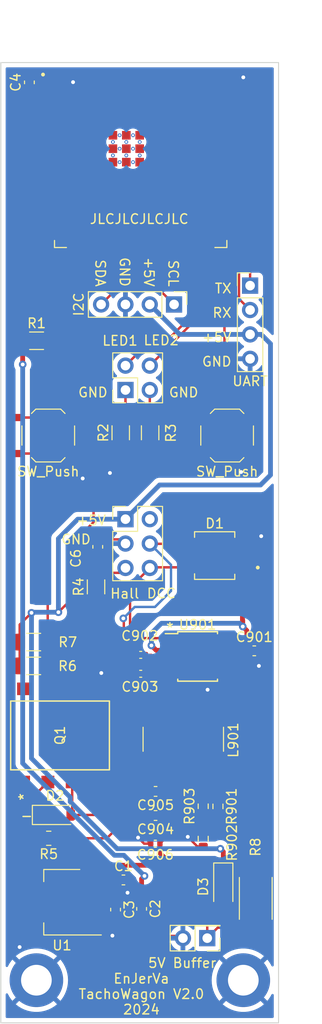
<source format=kicad_pcb>
(kicad_pcb (version 20221018) (generator pcbnew)
  (layers (0 "F.Cu" power "Front") (31 "B.Cu" power "Back") (34 "B.Paste" user) (35 "F.Paste" user) (36 "B.SilkS" user "B.Silkscreen") (37 "F.SilkS" user "F.Silkscreen") (38 "B.Mask" user) (39 "F.Mask" user) (44 "Edge.Cuts" user))
  (net 0 "")
  (net 1 "/Boot0")
  (net 2 "GND")
  (net 3 "+5V")
  (net 4 "+3.3V")
  (net 5 "/Hall")
  (net 6 "VCC")
  (net 7 "Net-(U901-BS)")
  (net 8 "Net-(U901-SW)")
  (net 9 "Net-(D2-A)")
  (net 10 "Net-(J4-Pin_6)")
  (net 11 "Net-(D2-K)")
  (net 12 "Net-(D3-A)")
  (net 13 "/SCL")
  (net 14 "/SDA")
  (net 15 "/TXD0")
  (net 16 "/RXD0")
  (net 18 "Net-(LEDS1-Pin_1)")
  (net 19 "/LED1")
  (net 20 "Net-(LEDS1-Pin_3)")
  (net 21 "/LED2")
  (net 24 "/DCC-interrupt")
  (net 25 "Net-(Q1-VE)")
  (net 26 "/EN")
  (net 27 "Net-(U901-FB)")
  (footprint "Capacitor_SMD:C_0402_1005Metric" (layer "F.Cu") (at 159.5325 129.94 180)
    (fp_text reference "C906" (at 0 -1.16) (layer "F.SilkS"))
    (fp_text value "100nF")
    (pad "1" smd roundrect (at -0.48 0 180) (size 0.56 0.62) (layers "F.Cu" "F.Paste" "F.Mask") (net 3 "+5V"))
    (pad "2" smd roundrect (at 0.48 0 180) (size 0.56 0.62) (layers "F.Cu" "F.Paste" "F.Mask") (net 2 "GND"))
  )
  (footprint "Package_TO_SOT_SMD:SOT-223-3_TabPin2" (layer "F.Cu") (at 149.79 136.04 180)
    (fp_text reference "U1" (at 0 -4.5) (layer "F.SilkS"))
    (fp_text value "AMS1117-3.3")
    (pad "1" smd rect (at -3.15 -2.3 180) (size 2 1.5) (layers "F.Cu" "F.Paste" "F.Mask") (net 2 "GND"))
    (pad "1" smd rect (at 3.15 0 180) (size 2 3.8) (layers "F.Cu" "F.Paste" "F.Mask") (net 2 "GND"))
    (pad "2" smd rect (at -3.15 0 180) (size 2 1.5) (layers "F.Cu" "F.Paste" "F.Mask") (net 4 "+3.3V"))
    (pad "3" smd rect (at -3.15 2.3 180) (size 2 1.5) (layers "F.Cu" "F.Paste" "F.Mask") (net 3 "+5V"))
  )
  (footprint "Connector_PinHeader_2.54mm:PinHeader_2x02_P2.54mm_Vertical" (layer "F.Cu") (at 156.415 82.7 90)
    (fp_text reference "LEDS1" hide)
    (fp_text value "Conn_02x02_Odd_Even")
    (pad "1" thru_hole rect (at 0 0 90) (size 1.7 1.7) (drill 1) (layers "*.Cu" "*.Mask") (net 18 "Net-(LEDS1-Pin_1)"))
    (pad "2" thru_hole oval (at 2.54 0 90) (size 1.7 1.7) (drill 1) (layers "*.Cu" "*.Mask") (net 19 "/LED1"))
    (pad "3" thru_hole oval (at 0 2.54 90) (size 1.7 1.7) (drill 1) (layers "*.Cu" "*.Mask") (net 20 "Net-(LEDS1-Pin_3)"))
    (pad "4" thru_hole oval (at 2.54 2.54 90) (size 1.7 1.7) (drill 1) (layers "*.Cu" "*.Mask") (net 21 "/LED2"))
  )
  (footprint "Button_Switch_SMD:SW_Push_1P1T_XKB_TS-1187A" (layer "F.Cu") (at 167.03 87.44)
    (fp_text reference "Boot1" hide)
    (fp_text value "SW_Push" (at 0 3.75) (layer "F.SilkS"))
    (pad "1" smd rect (at -3 -1.875) (size 1 0.75) (layers "F.Cu" "F.Paste" "F.Mask") (net 1 "/Boot0"))
    (pad "1" smd rect (at 3 -1.875) (size 1 0.75) (layers "F.Cu" "F.Paste" "F.Mask") (net 1 "/Boot0"))
    (pad "2" smd rect (at -3 1.875) (size 1 0.75) (layers "F.Cu" "F.Paste" "F.Mask") (net 2 "GND"))
    (pad "2" smd rect (at 3 1.875) (size 1 0.75) (layers "F.Cu" "F.Paste" "F.Mask") (net 2 "GND"))
  )
  (footprint "MDB10S:SOIC245P670X290-4N" (layer "F.Cu") (at 165.73 99.94 180)
    (fp_text reference "D1" (at -0.01 3.34) (layer "F.SilkS"))
    (fp_text value "MDB10S")
    (pad "1" smd roundrect (at -2.9 -1.225 180) (size 1.91 0.91) (layers "F.Cu" "F.Paste" "F.Mask") (roundrect_rratio 0.1) (net 6 "VCC"))
    (pad "2" smd roundrect (at -2.9 1.225 180) (size 1.91 0.91) (layers "F.Cu" "F.Paste" "F.Mask") (roundrect_rratio 0.1) (net 2 "GND"))
    (pad "3" smd roundrect (at 2.9 1.225 180) (size 1.91 0.91) (layers "F.Cu" "F.Paste" "F.Mask") (roundrect_rratio 0.1) (net 9 "Net-(D2-A)"))
    (pad "4" smd roundrect (at 2.9 -1.225 180) (size 1.91 0.91) (layers "F.Cu" "F.Paste" "F.Mask") (roundrect_rratio 0.1) (net 10 "Net-(J4-Pin_6)"))
  )
  (footprint "Resistor_SMD:R_1206_3216Metric" (layer "F.Cu") (at 146.83 108.95)
    (fp_text reference "R7" (at 3.56 0.01) (layer "F.SilkS"))
    (fp_text value "10k")
    (pad "1" smd roundrect (at -1.4625 0) (size 1.125 1.75) (layers "F.Cu" "F.Paste" "F.Mask") (roundrect_rratio 0.2222222222) (net 3 "+5V"))
    (pad "2" smd roundrect (at 1.4625 0) (size 1.125 1.75) (layers "F.Cu" "F.Paste" "F.Mask") (roundrect_rratio 0.2222222222) (net 24 "/DCC-interrupt"))
  )
  (footprint "Connector_PinHeader_2.54mm:PinHeader_1x04_P2.54mm_Vertical" (layer "F.Cu") (at 169.43 71.83)
    (fp_text reference "J3" hide)
    (fp_text value "UART" (at 0 9.95) (layer "F.SilkS"))
    (pad "1" thru_hole rect (at 0 0) (size 1.7 1.7) (drill 1) (layers "*.Cu" "*.Mask") (net 15 "/TXD0"))
    (pad "2" thru_hole oval (at 0 2.54) (size 1.7 1.7) (drill 1) (layers "*.Cu" "*.Mask") (net 16 "/RXD0"))
    (pad "3" thru_hole oval (at 0 5.08) (size 1.7 1.7) (drill 1) (layers "*.Cu" "*.Mask") (net 3 "+5V"))
    (pad "4" thru_hole oval (at 0 7.62) (size 1.7 1.7) (drill 1) (layers "*.Cu" "*.Mask") (net 2 "GND"))
  )
  (footprint "Resistor_SMD:R_2512_6332Metric_Pad1.40x3.35mm_HandSolder" (layer "F.Cu") (at 170.02 135.64 -90)
    (fp_text reference "R8" (at -5.34 0.02 90) (layer "F.SilkS"))
    (fp_text value "33R")
    (pad "1" smd roundrect (at -3.05 0 270) (size 1.4 3.35) (layers "F.Cu" "F.Paste" "F.Mask") (roundrect_rratio 0.1785707143) (net 3 "+5V"))
    (pad "2" smd roundrect (at 3.05 0 270) (size 1.4 3.35) (layers "F.Cu" "F.Paste" "F.Mask") (roundrect_rratio 0.1785707143) (net 12 "Net-(D3-A)"))
  )
  (footprint "Package_SO:TI_SO-PowerPAD-8" (layer "F.Cu") (at 163.95 110.445)
    (fp_text reference "U901" (at 0 -3.3) (layer "F.SilkS"))
    (fp_text value "MT2499A")
    (pad "1" smd rect (at -2.78 -1.905) (size 1.91 0.61) (layers "F.Cu" "F.Paste" "F.Mask") (net 7 "Net-(U901-BS)"))
    (pad "2" smd rect (at -2.78 -0.635) (size 1.91 0.61) (layers "F.Cu" "F.Paste" "F.Mask") (net 6 "VCC"))
    (pad "3" smd rect (at -2.78 0.635) (size 1.91 0.61) (layers "F.Cu" "F.Paste" "F.Mask") (net 8 "Net-(U901-SW)"))
    (pad "4" smd rect (at -2.78 1.905) (size 1.91 0.61) (layers "F.Cu" "F.Paste" "F.Mask") (net 2 "GND"))
    (pad "5" smd rect (at 2.78 1.905) (size 1.91 0.61) (layers "F.Cu" "F.Paste" "F.Mask") (net 27 "Net-(U901-FB)"))
    (pad "6" smd rect (at 2.78 0.635) (size 1.91 0.61) (layers "F.Cu" "F.Paste" "F.Mask"))
    (pad "7" smd rect (at 2.78 -0.635) (size 1.91 0.61) (layers "F.Cu" "F.Paste" "F.Mask") (net 6 "VCC"))
    (pad "8" smd rect (at 2.78 -1.905) (size 1.91 0.61) (layers "F.Cu" "F.Paste" "F.Mask"))
    (pad "9" smd rect (at -0.6025 -0.775) (size 1.205 1.55) (layers "F.Cu" "F.Paste" "F.Mask") (net 2 "GND"))
    (pad "9" smd rect (at -0.6025 0.775) (size 1.205 1.55) (layers "F.Cu" "F.Paste" "F.Mask") (net 2 "GND"))
    (pad "9" smd rect (at 0.6025 -0.775) (size 1.205 1.55) (layers "F.Cu" "F.Paste" "F.Mask") (net 2 "GND"))
    (pad "9" smd rect (at 0.6025 0.775) (size 1.205 1.55) (layers "F.Cu" "F.Paste" "F.Mask") (net 2 "GND"))
  )
  (footprint "Diode_SMD:D_SOD-123" (layer "F.Cu") (at 149.05 126.95)
    (fp_text reference "D2" (at 0 -2) (layer "F.SilkS"))
    (fp_text value "LL4148")
    (pad "1" smd roundrect (at -1.65 0) (size 0.9 1.2) (layers "F.Cu" "F.Paste" "F.Mask") (net 11 "Net-(D2-K)"))
    (pad "2" smd roundrect (at 1.65 0) (size 0.9 1.2) (layers "F.Cu" "F.Paste" "F.Mask") (net 9 "Net-(D2-A)"))
  )
  (footprint "ESP32-S3-WROOM-1-N16R8:XCVR_ESP32-S3-WROOM-1-N16R8" (layer "F.Cu") (at 158.0025 55.11)
    (fp_text reference "U2" hide)
    (fp_text value "ESP32-S3-WROOM-1-N16R8")
    (pad "1" smd rect (at -8.75 -5.26) (size 1.5 0.9) (layers "F.Cu" "F.Paste" "F.Mask") (net 2 "GND"))
    (pad "2" smd rect (at -8.75 -3.99) (size 1.5 0.9) (layers "F.Cu" "F.Paste" "F.Mask") (net 4 "+3.3V"))
    (pad "3" smd rect (at -8.75 -2.72) (size 1.5 0.9) (layers "F.Cu" "F.Paste" "F.Mask") (net 26 "/EN"))
    (pad "4" smd rect (at -8.75 -1.45) (size 1.5 0.9) (layers "F.Cu" "F.Paste" "F.Mask"))
    (pad "5" smd rect (at -8.75 -0.18) (size 1.5 0.9) (layers "F.Cu" "F.Paste" "F.Mask"))
    (pad "6" smd rect (at -8.75 1.09) (size 1.5 0.9) (layers "F.Cu" "F.Paste" "F.Mask"))
    (pad "7" smd rect (at -8.75 2.36) (size 1.5 0.9) (layers "F.Cu" "F.Paste" "F.Mask"))
    (pad "8" smd rect (at -8.75 3.63) (size 1.5 0.9) (layers "F.Cu" "F.Paste" "F.Mask"))
    (pad "9" smd rect (at -8.75 4.9) (size 1.5 0.9) (layers "F.Cu" "F.Paste" "F.Mask"))
    (pad "10" smd rect (at -8.75 6.17) (size 1.5 0.9) (layers "F.Cu" "F.Paste" "F.Mask"))
    (pad "11" smd rect (at -8.75 7.44) (size 1.5 0.9) (layers "F.Cu" "F.Paste" "F.Mask"))
    (pad "12" smd rect (at -8.75 8.71) (size 1.5 0.9) (layers "F.Cu" "F.Paste" "F.Mask"))
    (pad "13" smd rect (at -8.75 9.98) (size 1.5 0.9) (layers "F.Cu" "F.Paste" "F.Mask"))
    (pad "14" smd rect (at -8.75 11.25) (size 1.5 0.9) (layers "F.Cu" "F.Paste" "F.Mask"))
    (pad "15" smd rect (at -6.985 12.5) (size 0.9 1.5) (layers "F.Cu" "F.Paste" "F.Mask"))
    (pad "16" smd rect (at -5.715 12.5) (size 0.9 1.5) (layers "F.Cu" "F.Paste" "F.Mask"))
    (pad "17" smd rect (at -4.445 12.5) (size 0.9 1.5) (layers "F.Cu" "F.Paste" "F.Mask") (net 24 "/DCC-interrupt"))
    (pad "18" smd rect (at -3.175 12.5) (size 0.9 1.5) (layers "F.Cu" "F.Paste" "F.Mask") (net 5 "/Hall"))
    (pad "19" smd rect (at -1.905 12.5) (size 0.9 1.5) (layers "F.Cu" "F.Paste" "F.Mask") (net 14 "/SDA"))
    (pad "20" smd rect (at -0.635 12.5) (size 0.9 1.5) (layers "F.Cu" "F.Paste" "F.Mask") (net 13 "/SCL"))
    (pad "21" smd rect (at 0.635 12.5) (size 0.9 1.5) (layers "F.Cu" "F.Paste" "F.Mask") (net 19 "/LED1"))
    (pad "22" smd rect (at 1.905 12.5) (size 0.9 1.5) (layers "F.Cu" "F.Paste" "F.Mask") (net 21 "/LED2"))
    (pad "23" smd rect (at 3.175 12.5) (size 0.9 1.5) (layers "F.Cu" "F.Paste" "F.Mask"))
    (pad "24" smd rect (at 4.445 12.5) (size 0.9 1.5) (layers "F.Cu" "F.Paste" "F.Mask"))
    (pad "25" smd rect (at 5.715 12.5) (size 0.9 1.5) (layers "F.Cu" "F.Paste" "F.Mask"))
    (pad "26" smd rect (at 6.985 12.5) (size 0.9 1.5) (layers "F.Cu" "F.Paste" "F.Mask"))
    (pad "27" smd rect (at 8.75 11.25) (size 1.5 0.9) (layers "F.Cu" "F.Paste" "F.Mask") (net 1 "/Boot0"))
    (pad "28" smd rect (at 8.75 9.98) (size 1.5 0.9) (layers "F.Cu" "F.Paste" "F.Mask"))
    (pad "29" smd rect (at 8.75 8.71) (size 1.5 0.9) (layers "F.Cu" "F.Paste" "F.Mask"))
    (pad "30" smd rect (at 8.75 7.44) (size 1.5 0.9) (layers "F.Cu" "F.Paste" "F.Mask"))
    (pad "31" smd rect (at 8.75 6.17) (size 1.5 0.9) (layers "F.Cu" "F.Paste" "F.Mask"))
    (pad "32" smd rect (at 8.75 4.9) (size 1.5 0.9) (layers "F.Cu" "F.Paste" "F.Mask"))
    (pad "33" smd rect (at 8.75 3.63) (size 1.5 0.9) (layers "F.Cu" "F.Paste" "F.Mask"))
    (pad "34" smd rect (at 8.75 2.36) (size 1.5 0.9) (layers "F.Cu" "F.Paste" "F.Mask"))
    (pad "35" smd rect (at 8.75 1.09) (size 1.5 0.9) (layers "F.Cu" "F.Paste" "F.Mask"))
    (pad "36" smd rect (at 8.75 -0.18) (size 1.5 0.9) (layers "F.Cu" "F.Paste" "F.Mask") (net 16 "/RXD0"))
    (pad "37" smd rect (at 8.75 -1.45) (size 1.5 0.9) (layers "F.Cu" "F.Paste" "F.Mask") (net 15 "/TXD0"))
    (pad "38" smd rect (at 8.75 -2.72) (size 1.5 0.9) (layers "F.Cu" "F.Paste" "F.Mask"))
    (pad "39" smd rect (at 8.75 -3.99) (size 1.5 0.9) (layers "F.Cu" "F.Paste" "F.Mask"))
    (pad "40" smd rect (at 8.75 -5.26) (size 1.5 0.9) (layers "F.Cu" "F.Paste" "F.Mask") (net 2 "GND"))
    (pad "41_1" smd rect (at -1.5 2.46) (size 0.9 0.9) (layers "F.Cu" "F.Paste" "F.Mask") (net 2 "GND"))
    (pad "41_2" smd rect (at -2.9 2.46) (size 0.9 0.9) (layers "F.Cu" "F.Paste" "F.Mask") (net 2 "GND"))
    (pad "41_3" smd rect (at -0.1 2.46) (size 0.9 0.9) (layers "F.Cu" "F.Paste" "F.Mask") (net 2 "GND"))
    (pad "41_4" smd rect (at -2.9 3.86) (size 0.9 0.9) (layers "F.Cu" "F.Paste" "F.Mask") (net 2 "GND"))
    (pad "41_5" smd rect (at -1.5 3.86) (size 0.9 0.9) (layers "F.Cu" "F.Paste" "F.Mask") (net 2 "GND"))
    (pad "41_6" smd rect (at -0.1 3.86) (size 0.9 0.9) (layers "F.Cu" "F.Paste" "F.Mask") (net 2 "GND"))
    (pad "41_7" smd rect (at -2.9 1.06) (size 0.9 0.9) (layers "F.Cu" "F.Paste" "F.Mask") (net 2 "GND"))
    (pad "41_8" smd rect (at -1.5 1.06) (size 0.9 0.9) (layers "F.Cu" "F.Paste" "F.Mask") (net 2 "GND"))
    (pad "41_9" smd rect (at -0.1 1.06) (size 0.9 0.9) (layers "F.Cu" "F.Paste" "F.Mask") (net 2 "GND"))
    (pad "41_10" thru_hole circle (at -1.5 1.76) (size 0.4 0.4) (drill 0.2) (layers "*.Cu"))
    (pad "41_11" thru_hole circle (at -2.9 1.76) (size 0.4 0.4) (drill 0.2) (layers "*.Cu"))
    (pad "41_12" thru_hole circle (at -0.1 1.76) (size 0.4 0.4) (drill 0.2) (layers "*.Cu"))
    (pad "41_13" thru_hole circle (at -2.9 3.16) (size 0.4 0.4) (drill 0.2) (layers "*.Cu"))
    (pad "41_14" thru_hole circle (at -1.5 3.16) (size 0.4 0.4) (drill 0.2) (layers "*.Cu"))
    (pad "41_15" thru_hole circle (at -0.1 3.16) (size 0.4 0.4) (drill 0.2) (layers "*.Cu"))
    (pad "41_16" thru_hole circle (at -2.2 1.06) (size 0.4 0.4) (drill 0.2) (layers "*.Cu"))
    (pad "41_17" thru_hole circle (at -0.8 1.06) (size 0.4 0.4) (drill 0.2) (layers "*.Cu"))
    (pad "41_18" thru_hole circle (at -2.2 2.46) (size 0.4 0.4) (drill 0.2) (layers "*.Cu"))
    (pad "41_19" thru_hole circle (at -0.8 2.46) (size 0.4 0.4) (drill 0.2) (layers "*.Cu"))
    (pad "41_20" thru_hole circle (at -2.2 3.86) (size 0.4 0.4) (drill 0.2) (layers "*.Cu"))
    (pad "41_21" thru_hole circle (at -0.8 3.86) (size 0.4 0.4) (drill 0.2) (layers "*.Cu"))
    (zone (net 0) (net_name "") (layer "B.Cu") (connect_pads (clearance 0)) (min_thickness 0.01)
      (keepout (tracks not_allowed) (vias not_allowed) (pads not_allowed) (copperpour not_allowed) (footprints allowed))
      (fill (thermal_gap 0.508) (thermal_bridge_width 0.508))
      (polygon (pts (xy 149.0025 42.36) (xy 167.0025 42.36) (xy 167.0025 48.36) (xy 149.0025 48.36)))
    )
  )
  (footprint "MountingHole:MountingHole_3.2mm_M3_DIN965_Pad" (layer "F.Cu") (at 168.72 144.16)
    (fp_text reference "H1" hide)
    (fp_text value "MountingHole_Pad" hide)
    (pad "1" thru_hole circle (at 0 0) (size 5.6 5.6) (drill 3.2) (layers "*.Cu" "*.Mask") (net 2 "GND"))
  )
  (footprint "Resistor_SMD:R_1206_3216Metric" (layer "F.Cu") (at 155.92 87.1525 90)
    (fp_text reference "R2" (at 0 -1.82 90) (layer "F.SilkS"))
    (fp_text value "10k")
    (pad "1" smd roundrect (at -1.4625 0 90) (size 1.125 1.75) (layers "F.Cu" "F.Paste" "F.Mask") (roundrect_rratio 0.2222222222) (net 2 "GND"))
    (pad "2" smd roundrect (at 1.4625 0 90) (size 1.125 1.75) (layers "F.Cu" "F.Paste" "F.Mask") (roundrect_rratio 0.2222222222) (net 18 "Net-(LEDS1-Pin_1)"))
  )
  (footprint "Resistor_SMD:R_0603_1608Metric" (layer "F.Cu") (at 166.0725 126.06 -90)
    (fp_text reference "R901" (at 0 -1.43 90) (layer "F.SilkS"))
    (fp_text value "220k")
    (pad "1" smd roundrect (at -0.825 0 270) (size 0.8 0.95) (layers "F.Cu" "F.Paste" "F.Mask") (net 3 "+5V"))
    (pad "2" smd roundrect (at 0.825 0 270) (size 0.8 0.95) (layers "F.Cu" "F.Paste" "F.Mask") (net 27 "Net-(U901-FB)"))
  )
  (footprint "Connector_PinHeader_2.54mm:PinHeader_1x04_P2.54mm_Vertical" (layer "F.Cu") (at 161.49 73.79 -90)
    (fp_text reference "J2" hide)
    (fp_text value "I2C" (at 0 9.95 90) (layer "F.SilkS"))
    (pad "1" thru_hole rect (at 0 0 270) (size 1.7 1.7) (drill 1) (layers "*.Cu" "*.Mask") (net 13 "/SCL"))
    (pad "2" thru_hole oval (at 0 2.54 270) (size 1.7 1.7) (drill 1) (layers "*.Cu" "*.Mask") (net 3 "+5V"))
    (pad "3" thru_hole oval (at 0 5.08 270) (size 1.7 1.7) (drill 1) (layers "*.Cu" "*.Mask") (net 2 "GND"))
    (pad "4" thru_hole oval (at 0 7.62 270) (size 1.7 1.7) (drill 1) (layers "*.Cu" "*.Mask") (net 14 "/SDA"))
  )
  (footprint "Resistor_SMD:R_1206_3216Metric" (layer "F.Cu") (at 158.99 87.1525 90)
    (fp_text reference "R3" (at -0.0275 2.17 90) (layer "F.SilkS"))
    (fp_text value "10k")
    (pad "1" smd roundrect (at -1.4625 0 90) (size 1.125 1.75) (layers "F.Cu" "F.Paste" "F.Mask") (roundrect_rratio 0.2222222222) (net 2 "GND"))
    (pad "2" smd roundrect (at 1.4625 0 90) (size 1.125 1.75) (layers "F.Cu" "F.Paste" "F.Mask") (roundrect_rratio 0.2222222222) (net 20 "Net-(LEDS1-Pin_3)"))
  )
  (footprint "Capacitor_SMD:C_0603_1608Metric" (layer "F.Cu") (at 169.8675 109.86)
    (fp_text reference "C901" (at 0 -1.43) (layer "F.SilkS"))
    (fp_text value "22uF")
    (pad "1" smd roundrect (at -0.775 0) (size 0.9 0.95) (layers "F.Cu" "F.Paste" "F.Mask") (net 6 "VCC"))
    (pad "2" smd roundrect (at 0.775 0) (size 0.9 0.95) (layers "F.Cu" "F.Paste" "F.Mask") (net 2 "GND"))
  )
  (footprint "Inductor_SMD:L_Bourns-SRN8040_8x8.15mm" (layer "F.Cu") (at 162.4525 119.07 -90)
    (fp_text reference "L901" (at 0.09 -5.23 90) (layer "F.SilkS"))
    (fp_text value "L")
    (pad "1" smd rect (at -2.8 0 270) (size 2.6 8.2) (layers "F.Cu" "F.Paste" "F.Mask") (net 8 "Net-(U901-SW)"))
    (pad "2" smd rect (at 2.8 0 270) (size 2.6 8.2) (layers "F.Cu" "F.Paste" "F.Mask") (net 3 "+5V"))
  )
  (footprint "Capacitor_SMD:C_0603_1608Metric" (layer "F.Cu") (at 159.5575 124.5 180)
    (fp_text reference "C905" (at 0 -1.43) (layer "F.SilkS"))
    (fp_text value "22uF")
    (pad "1" smd roundrect (at -0.775 0 180) (size 0.9 0.95) (layers "F.Cu" "F.Paste" "F.Mask") (net 3 "+5V"))
    (pad "2" smd roundrect (at 0.775 0 180) (size 0.9 0.95) (layers "F.Cu" "F.Paste" "F.Mask") (net 2 "GND"))
  )
  (footprint "Resistor_SMD:R_0603_1608Metric" (layer "F.Cu") (at 164.5325 129.415 -90)
    (fp_text reference "R902" (at 0.435 -3.0075 90) (layer "F.SilkS"))
    (fp_text value "20k")
    (pad "1" smd roundrect (at -0.825 0 270) (size 0.8 0.95) (layers "F.Cu" "F.Paste" "F.Mask") (net 27 "Net-(U901-FB)"))
    (pad "2" smd roundrect (at 0.825 0 270) (size 0.8 0.95) (layers "F.Cu" "F.Paste" "F.Mask") (net 2 "GND"))
  )
  (footprint "Diode_SMD:D_SOD-123" (layer "F.Cu") (at 166.63 134.3125 -90)
    (fp_text reference "D3" (at 0.1175 2.1 90) (layer "F.SilkS"))
    (fp_text value "LL4148")
    (pad "1" smd roundrect (at -1.65 0 270) (size 0.9 1.2) (layers "F.Cu" "F.Paste" "F.Mask") (net 3 "+5V"))
    (pad "2" smd roundrect (at 1.65 0 270) (size 0.9 1.2) (layers "F.Cu" "F.Paste" "F.Mask") (net 12 "Net-(D3-A)"))
  )
  (footprint "Capacitor_SMD:C_0603_1608Metric" (layer "F.Cu") (at 155.38 136.81 -90)
    (fp_text reference "C3" (at 0 -1.43 90) (layer "F.SilkS"))
    (fp_text value "0.1uF")
    (pad "1" smd roundrect (at -0.775 0 270) (size 0.9 0.95) (layers "F.Cu" "F.Paste" "F.Mask") (net 4 "+3.3V"))
    (pad "2" smd roundrect (at 0.775 0 270) (size 0.9 0.95) (layers "F.Cu" "F.Paste" "F.Mask") (net 2 "GND"))
  )
  (footprint "Resistor_SMD:R_1206_3216Metric" (layer "F.Cu") (at 153.34 103.2 90)
    (fp_text reference "R4" (at 0 -1.82 90) (layer "F.SilkS"))
    (fp_text value "10k")
    (pad "1" smd roundrect (at -1.4625 0 90) (size 1.125 1.75) (layers "F.Cu" "F.Paste" "F.Mask") (roundrect_rratio 0.2222222222) (net 3 "+5V"))
    (pad "2" smd roundrect (at 1.4625 0 90) (size 1.125 1.75) (layers "F.Cu" "F.Paste" "F.Mask") (roundrect_rratio 0.2222222222) (net 5 "/Hall"))
  )
  (footprint "Resistor_SMD:R_0805_2012Metric" (layer "F.Cu") (at 148.4 129.38 180)
    (fp_text reference "R5" (at 0 -1.65) (layer "F.SilkS"))
    (fp_text value "1,5K")
    (pad "1" smd roundrect (at -0.9125 0 180) (size 1.025 1.4) (layers "F.Cu" "F.Paste" "F.Mask") (roundrect_rratio 0.243902439) (net 10 "Net-(J4-Pin_6)"))
    (pad "2" smd roundrect (at 0.9125 0 180) (size 1.025 1.4) (layers "F.Cu" "F.Paste" "F.Mask") (roundrect_rratio 0.243902439) (net 11 "Net-(D2-K)"))
  )
  (footprint "Capacitor_SMD:C_0402_1005Metric" (layer "F.Cu") (at 158.0075 112.25)
    (fp_text reference "C903" (at -0.0775 1.36) (layer "F.SilkS"))
    (fp_text value "22nF")
    (pad "1" smd roundrect (at -0.48 0) (size 0.56 0.62) (layers "F.Cu" "F.Paste" "F.Mask") (net 7 "Net-(U901-BS)"))
    (pad "2" smd roundrect (at 0.48 0) (size 0.56 0.62) (layers "F.Cu" "F.Paste" "F.Mask") (net 8 "Net-(U901-SW)"))
  )
  (footprint "Capacitor_SMD:C_0603_1608Metric" (layer "F.Cu") (at 146.38 50.66 90)
    (fp_text reference "C4" (at 0 -1.43 90) (layer "F.SilkS"))
    (fp_text value "0.1uF")
    (pad "1" smd roundrect (at -0.775 0 90) (size 0.9 0.95) (layers "F.Cu" "F.Paste" "F.Mask") (net 4 "+3.3V"))
    (pad "2" smd roundrect (at 0.775 0 90) (size 0.9 0.95) (layers "F.Cu" "F.Paste" "F.Mask") (net 2 "GND"))
  )
  (footprint "Capacitor_SMD:C_0603_1608Metric" (layer "F.Cu") (at 159.5575 127.01 180)
    (fp_text reference "C904" (at 0 -1.43) (layer "F.SilkS"))
    (fp_text value "22uF")
    (pad "1" smd roundrect (at -0.775 0 180) (size 0.9 0.95) (layers "F.Cu" "F.Paste" "F.Mask") (net 3 "+5V"))
    (pad "2" smd roundrect (at 0.775 0 180) (size 0.9 0.95) (layers "F.Cu" "F.Paste" "F.Mask") (net 2 "GND"))
  )
  (footprint "Capacitor_SMD:C_0603_1608Metric" (layer "F.Cu") (at 153.52 99.03 -90)
    (fp_text reference "C6" (at 1.2 2.29 90) (layer "F.SilkS"))
    (fp_text value "0.1uF")
    (pad "1" smd roundrect (at -0.775 0 270) (size 0.9 0.95) (layers "F.Cu" "F.Paste" "F.Mask") (net 2 "GND"))
    (pad "2" smd roundrect (at 0.775 0 270) (size 0.9 0.95) (layers "F.Cu" "F.Paste" "F.Mask") (net 5 "/Hall"))
  )
  (footprint "Capacitor_SMD:C_0603_1608Metric" (layer "F.Cu") (at 156.2 133.72)
    (fp_text reference "C1" (at 0 -1.43) (layer "F.SilkS"))
    (fp_text value "10uF")
    (pad "1" smd roundrect (at -0.775 0) (size 0.9 0.95) (layers "F.Cu" "F.Paste" "F.Mask") (net 3 "+5V"))
    (pad "2" smd roundrect (at 0.775 0) (size 0.9 0.95) (layers "F.Cu" "F.Paste" "F.Mask") (net 2 "GND"))
  )
  (footprint "Resistor_SMD:R_1206_3216Metric" (layer "F.Cu") (at 147.13 77.57)
    (fp_text reference "R1" (at 0 -1.82) (layer "F.SilkS"))
    (fp_text value "10k")
    (pad "1" smd roundrect (at -1.4625 0) (size 1.125 1.75) (layers "F.Cu" "F.Paste" "F.Mask") (roundrect_rratio 0.2222222222) (net 4 "+3.3V"))
    (pad "2" smd roundrect (at 1.4625 0) (size 1.125 1.75) (layers "F.Cu" "F.Paste" "F.Mask") (roundrect_rratio 0.2222222222) (net 26 "/EN"))
  )
  (footprint "MountingHole:MountingHole_3.2mm_M3_DIN965_Pad" (layer "F.Cu") (at 147.11 144.16)
    (fp_text reference "H2" hide)
    (fp_text value "MountingHole_Pad" hide)
    (pad "1" thru_hole circle (at 0 0) (size 5.6 5.6) (drill 3.2) (layers "*.Cu" "*.Mask") (net 2 "GND"))
  )
  (footprint "6N137S1:6N137S1TA_EVE" (layer "F.Cu") (at 149.58 118.67 90)
    (fp_text reference "Q1" (at 0 0 90 unlocked) (layer "F.SilkS"))
    (fp_text value "6N137S1TA" hide)
    (fp_text user "*" (at -6.4 -3.76 90) (layer "F.SilkS"))
    (pad "1" smd rect (at -4.8514 -3.81 90) (size 1.309599 1.3454) (layers "F.Cu" "F.Paste" "F.Mask"))
    (pad "2" smd rect (at -4.8514 -1.27 90) (size 1.309599 1.3454) (layers "F.Cu" "F.Paste" "F.Mask") (net 11 "Net-(D2-K)"))
    (pad "3" smd rect (at -4.8514 1.27 90) (size 1.309599 1.3454) (layers "F.Cu" "F.Paste" "F.Mask") (net 9 "Net-(D2-A)"))
    (pad "4" smd rect (at -4.8514 3.81 90) (size 1.309599 1.3454) (layers "F.Cu" "F.Paste" "F.Mask"))
    (pad "5" smd rect (at 4.8514 3.81 90) (size 1.309599 1.3454) (layers "F.Cu" "F.Paste" "F.Mask") (net 2 "GND"))
    (pad "6" smd rect (at 4.8514 1.27 90) (size 1.309599 1.3454) (layers "F.Cu" "F.Paste" "F.Mask") (net 24 "/DCC-interrupt"))
    (pad "7" smd rect (at 4.8514 -1.27 90) (size 1.309599 1.3454) (layers "F.Cu" "F.Paste" "F.Mask") (net 25 "Net-(Q1-VE)"))
    (pad "8" smd rect (at 4.8514 -3.81 90) (size 1.309599 1.3454) (layers "F.Cu" "F.Paste" "F.Mask") (net 3 "+5V"))
  )
  (footprint "Connector_PinHeader_2.54mm:PinHeader_2x01_P2.54mm_Vertical" (layer "F.Cu") (at 164.955 139.78 180)
    (fp_text reference "J1" hide)
    (fp_text value "5V Buffer" (at 2.615 -2.59) (layer "F.SilkS"))
    (pad "1" thru_hole rect (at 0 0 180) (size 1.7 1.7) (drill 1) (layers "*.Cu" "*.Mask") (net 12 "Net-(D3-A)"))
    (pad "2" thru_hole oval (at 2.54 0 180) (size 1.7 1.7) (drill 1) (layers "*.Cu" "*.Mask") (net 2 "GND"))
  )
  (footprint "Button_Switch_SMD:SW_Push_1P1T_XKB_TS-1187A" (layer "F.Cu") (at 148.35 87.44)
    (fp_text reference "RST1" hide)
    (fp_text value "SW_Push" (at 0 3.75) (layer "F.SilkS"))
    (pad "1" smd rect (at -3 -1.875) (size 1 0.75) (layers "F.Cu" "F.Paste" "F.Mask") (net 26 "/EN"))
    (pad "1" smd rect (at 3 -1.875) (size 1 0.75) (layers "F.Cu" "F.Paste" "F.Mask") (net 26 "/EN"))
    (pad "2" smd rect (at -3 1.875) (size 1 0.75) (layers "F.Cu" "F.Paste" "F.Mask") (net 2 "GND"))
    (pad "2" smd rect (at 3 1.875) (size 1 0.75) (layers "F.Cu" "F.Paste" "F.Mask") (net 2 "GND"))
  )
  (footprint "Capacitor_SMD:C_0402_1005Metric" (layer "F.Cu") (at 158.0075 110.28)
    (fp_text reference "C902" (at -0.0975 -1.98) (layer "F.SilkS"))
    (fp_text value "100nF")
    (pad "1" smd roundrect (at -0.48 0) (size 0.56 0.62) (layers "F.Cu" "F.Paste" "F.Mask") (net 7 "Net-(U901-BS)"))
    (pad "2" smd roundrect (at 0.48 0) (size 0.56 0.62) (layers "F.Cu" "F.Paste" "F.Mask") (net 8 "Net-(U901-SW)"))
  )
  (footprint "Resistor_SMD:R_0603_1608Metric" (layer "F.Cu") (at 164.5325 126.045 90)
    (fp_text reference "R903" (at 0 -1.43 90) (layer "F.SilkS"))
    (fp_text value "150k")
    (pad "1" smd roundrect (at -0.825 0 90) (size 0.8 0.95) (layers "F.Cu" "F.Paste" "F.Mask") (net 27 "Net-(U901-FB)"))
    (pad "2" smd roundrect (at 0.825 0 90) (size 0.8 0.95) (layers "F.Cu" "F.Paste" "F.Mask") (net 3 "+5V"))
  )
  (footprint "Capacitor_SMD:C_0603_1608Metric" (layer "F.Cu") (at 158.1 136.73 -90)
    (fp_text reference "C2" (at 0 -1.43 90) (layer "F.SilkS"))
    (fp_text value "10uF")
    (pad "1" smd roundrect (at -0.775 0 270) (size 0.9 0.95) (layers "F.Cu" "F.Paste" "F.Mask") (net 4 "+3.3V"))
    (pad "2" smd roundrect (at 0.775 0 270) (size 0.9 0.95) (layers "F.Cu" "F.Paste" "F.Mask") (net 2 "GND"))
  )
  (footprint "Connector_PinHeader_2.54mm:PinHeader_2x03_P2.54mm_Vertical" (layer "F.Cu") (at 156.415 96.15)
    (fp_text reference "J4" hide)
    (fp_text value "Conn_02x03_Odd_Even")
    (pad "1" thru_hole rect (at 0 0) (size 1.7 1.7) (drill 1) (layers "*.Cu" "*.Mask") (net 3 "+5V"))
    (pad "2" thru_hole oval (at 2.54 0) (size 1.7 1.7) (drill 1) (layers "*.Cu" "*.Mask"))
    (pad "3" thru_hole oval (at 0 2.54) (size 1.7 1.7) (drill 1) (layers "*.Cu" "*.Mask") (net 2 "GND"))
    (pad "4" thru_hole oval (at 2.54 2.54) (size 1.7 1.7) (drill 1) (layers "*.Cu" "*.Mask") (net 9 "Net-(D2-A)"))
    (pad "5" thru_hole oval (at 0 5.08) (size 1.7 1.7) (drill 1) (layers "*.Cu" "*.Mask") (net 5 "/Hall"))
    (pad "6" thru_hole oval (at 2.54 5.08) (size 1.7 1.7) (drill 1) (layers "*.Cu" "*.Mask") (net 10 "Net-(J4-Pin_6)"))
  )
  (footprint "Resistor_SMD:R_1206_3216Metric" (layer "F.Cu") (at 146.83 111.43 180)
    (fp_text reference "R6" (at -3.54 -0.02) (layer "F.SilkS"))
    (fp_text value "10k")
    (pad "1" smd roundrect (at -1.4625 0 180) (size 1.125 1.75) (layers "F.Cu" "F.Paste" "F.Mask") (roundrect_rratio 0.2222222222) (net 25 "Net-(Q1-VE)"))
    (pad "2" smd roundrect (at 1.4625 0 180) (size 1.125 1.75) (layers "F.Cu" "F.Paste" "F.Mask") (roundrect_rratio 0.2222222222) (net 3 "+5V"))
  )
  (gr_line (start 143.4 48.6) (end 172.4 48.6) (stroke (width 0.1)) (layer "Edge.Cuts"))
  (gr_line (start 172.4 48.6) (end 172.4 148.6) (stroke (width 0.1)) (layer "Edge.Cuts"))
  (gr_line (start 143.4 148.6) (end 172.4 148.6) (stroke (width 0.1)) (layer "Edge.Cuts"))
  (gr_line (start 143.4 48.6) (end 143.4 148.6) (stroke (width 0.1)) (layer "Edge.Cuts"))
  (gr_text "LED2" (at 158.22 78.11) (layer "F.SilkS") (effects (font (size 1 1)) (justify left bottom)))
  (gr_text "TX" (at 165.66 72.71) (layer "F.SilkS") (effects (font (size 1 1)) (justify left bottom)))
  (gr_text "EnJerVa\nTachoWagon V2.0\n2024" (at 158.08 147.8) (layer "F.SilkS") (effects (font (size 1 1)) (justify bottom)))
  (gr_text "SCL" (at 160.82 69.07 270) (layer "F.SilkS") (effects (font (size 1 1)) (justify left bottom)))
  (gr_text "Hall" (at 154.74 104.49) (layer "F.SilkS") (effects (font (size 1 1)) (justify left bottom)))
  (gr_text "GND\n" (at 160.87 83.54) (layer "F.SilkS") (effects (font (size 1 1)) (justify left bottom)))
  (gr_text "JLCJLCJLCJLC" (at 152.61 65.48) (layer "F.SilkS") (effects (font (size 1 1)) (justify left bottom)))
  (gr_text "GND\n" (at 151.39 83.54) (layer "F.SilkS") (effects (font (size 1 1)) (justify left bottom)))
  (gr_text "RX" (at 165.421905 75.25) (layer "F.SilkS") (effects (font (size 1 1)) (justify left bottom)))
  (gr_text "GND\n" (at 164.326667 80.33) (layer "F.SilkS") (effects (font (size 1 1)) (justify left bottom)))
  (gr_text "+5V" (at 151.22 96.86) (layer "F.SilkS") (effects (font (size 1 1)) (justify left bottom)))
  (gr_text "-" (at 145.38 127.62) (layer "F.SilkS") (effects (font (size 1 1)) (justify left bottom)))
  (gr_text "SDA" (at 153.2 69.022381 270) (layer "F.SilkS") (effects (font (size 1 1)) (justify left bottom)))
  (gr_text "LED1" (at 153.91 78.15) (layer "F.SilkS") (effects (font (size 1 1)) (justify left bottom)))
  (gr_text "+5V" (at 164.326667 77.79) (layer "F.SilkS") (effects (font (size 1 1)) (justify left bottom)))
  (gr_text "+5V" (at 158.28 68.784286 270) (layer "F.SilkS") (effects (font (size 1 1)) (justify left bottom)))
  (gr_text "*" (at 160.575 108.07) (layer "F.SilkS") (effects (font (size 1 1)) (justify left bottom)))
  (gr_text "DCC" (at 158.56 104.47) (layer "F.SilkS") (effects (font (size 1 1)) (justify left bottom)))
  (gr_text "GND" (at 155.74 68.784286 270) (layer "F.SilkS") (effects (font (size 1 1)) (justify left bottom)))
  (gr_text "GND\n" (at 149.63 98.84) (layer "F.SilkS") (effects (font (size 1 1)) (justify left bottom)))
  (segment (start 170.03 84.06) (end 170.03 85.565) (width 0.25) (layer "F.Cu") (net 1))
  (segment (start 166.7525 66.36) (end 166.7525 80.7825) (width 0.25) (layer "F.Cu") (net 1))
  (segment (start 170.03 85.565) (end 164.03 85.565) (width 0.25) (layer "F.Cu") (net 1))
  (segment (start 166.7525 80.7825) (end 170.03 84.06) (width 0.25) (layer "F.Cu") (net 1))
  (segment (start 155.38 137.585) (end 153.695 137.585) (width 0.25) (layer "F.Cu") (net 2))
  (segment (start 151.35 89.315) (end 151.35 91.3145) (width 0.25) (layer "F.Cu") (net 2))
  (segment (start 169.795 98.715) (end 170.59 97.92) (width 0.25) (layer "F.Cu") (net 2))
  (segment (start 146.415 49.85) (end 146.38 49.885) (width 0.25) (layer "F.Cu") (net 2))
  (segment (start 170.03 89.315) (end 164.03 89.315) (width 0.25) (layer "F.Cu") (net 2))
  (segment (start 168.63 98.715) (end 169.795 98.715) (width 0.25) (layer "F.Cu") (net 2))
  (segment (start 170.6425 111.1375) (end 170.35 111.43) (width 0.25) (layer "F.Cu") (net 2))
  (segment (start 153.695 137.585) (end 152.94 138.34) (width 0.25) (layer "F.Cu") (net 2))
  (segment (start 158.7825 124.5) (end 158.7825 127.01) (width 0.25) (layer "F.Cu") (net 2))
  (segment (start 162.185 139.55) (end 155.08 139.55) (width 0.25) (layer "F.Cu") (net 2))
  (segment (start 152.94 138.34) (end 153.87 138.34) (width 0.25) (layer "F.Cu") (net 2))
  (segment (start 170.03 89.7) (end 168.49 91.24) (width 0.25) (layer "F.Cu") (net 2))
  (segment (start 158.7825 127.01) (end 158.7825 129.67) (width 0.25) (layer "F.Cu") (net 2))
  (segment (start 155.1025 54.8025) (end 150.94 50.64) (width 0.25) (layer "F.Cu") (net 2))
  (segment (start 155.92 88.615) (end 154.79 89.745) (width 0.25) (layer "F.Cu") (net 2))
  (segment (start 150.15 49.85) (end 150.94 50.64) (width 0.25) (layer "F.Cu") (net 2))
  (segment (start 164.03 89.315) (end 159.69 89.315) (width 0.25) (layer "F.Cu") (net 2))
  (segment (start 155.1025 56.17) (end 155.1025 54.8025) (width 0.25) (layer "F.Cu") (net 2))
  (segment (start 145.35 89.315) (end 151.35 89.315) (width 0.25) (layer "F.Cu") (net 2))
  (segment (start 161.17 112.35) (end 163.43 112.35) (width 0.25) (layer "F.Cu") (net 2))
  (segment (start 163.3475 112.2675) (end 163.3475 111.22) (width 0.75) (layer "F.Cu") (net 2))
  (segment (start 155.08 139.55) (end 155.05 139.52) (width 0.25) (layer "F.Cu") (net 2))
  (segment (start 153.39 112.67) (end 153.89 112.17) (width 0.25) (layer "F.Cu") (net 2))
  (segment (start 146.64 139.43) (end 145.36 140.71) (width 0.25) (layer "F.Cu") (net 2))
  (segment (start 158.99 88.615) (end 155.92 88.615) (width 0.25) (layer "F.Cu") (net 2))
  (segment (start 155.46 137.505) (end 155.38 137.585) (width 0.25) (layer "F.Cu") (net 2))
  (segment (start 163.43 112.35) (end 164.99 113.91) (width 0.25) (layer "F.Cu") (net 2))
  (segment (start 163.93 130.24) (end 162.92 129.23) (width 0.25) (layer "F.Cu") (net 2))
  (segment (start 149.2525 49.85) (end 150.15 49.85) (width 0.25) (layer "F.Cu") (net 2))
  (segment (start 149.2525 49.85) (end 146.415 49.85) (width 0.25) (layer "F.Cu") (net 2))
  (segment (start 154.79 89.745) (end 154.79 91.34) (width 0.25) (layer "F.Cu") (net 2))
  (segment (start 164.99 113.91) (end 163.3475 112.2675) (width 0.75) (layer "F.Cu") (net 2))
  (segment (start 158.36 129.94) (end 157.73 129.31) (width 0.25) (layer "F.Cu") (net 2))
  (segment (start 146.64 136.04) (end 146.64 139.43) (width 0.25) (layer "F.Cu") (net 2))
  (segment (start 158.7825 129.67) (end 159.0525 129.94) (width 0.25) (layer "F.Cu") (net 2))
  (segment (start 151.35 91.3145) (end 151.9455 91.91) (width 0.25) (layer "F.Cu") (net 2))
  (segment (start 156.975 134.705) (end 156.63 135.05) (width 0.25) (layer "F.Cu") (net 2))
  (segment (start 166.7525 49.85) (end 168.43 49.85) (width 0.25) (layer "F.Cu") (net 2))
  (segment (start 158.1 137.505) (end 155.46 137.505) (width 0.25) (layer "F.Cu") (net 2))
  (segment (start 153.87 138.34) (end 155.05 139.52) (width 0.25) (layer "F.Cu") (net 2))
  (segment (start 168.43 49.85) (end 168.72 50.14) (width 0.25) (layer "F.Cu") (net 2))
  (segment (start 170.6425 109.86) (end 170.6425 111.1375) (width 0.25) (layer "F.Cu") (net 2))
  (segment (start 170.03 89.315) (end 170.03 89.7) (width 0.25) (layer "F.Cu") (net 2))
  (segment (start 159.0525 129.94) (end 158.36 129.94) (width 0.25) (layer "F.Cu") (net 2))
  (segment (start 164.5325 130.24) (end 163.93 130.24) (width 0.25) (layer "F.Cu") (net 2))
  (segment (start 153.39 113.8186) (end 153.39 112.67) (width 0.25) (layer "F.Cu") (net 2))
  (segment (start 156.975 133.72) (end 156.975 134.705) (width 0.25) (layer "F.Cu") (net 2))
  (segment (start 153.52 98.255) (end 155.98 98.255) (width 0.25) (layer "F.Cu") (net 2))
  (segment (start 162.415 139.78) (end 162.185 139.55) (width 0.25) (layer "F.Cu") (net 2))
  (segment (start 155.98 98.255) (end 156.415 98.69) (width 0.25) (layer "F.Cu") (net 2))
  (segment (start 159.69 89.315) (end 158.99 88.615) (width 0.25) (layer "F.Cu") (net 2))
  (via (at 168.72 50.14) (size 0.8) (drill 0.4) (layers "F.Cu" "B.Cu") (net 2))
  (via (at 156.63 135.05) (size 0.8) (drill 0.4) (layers "F.Cu" "B.Cu") (net 2))
  (via (at 157.73 129.31) (size 0.8) (drill 0.4) (layers "F.Cu" "B.Cu") (net 2))
  (via (at 168.49 91.24) (size 0.8) (drill 0.4) (layers "F.Cu" "B.Cu") (net 2))
  (via (at 170.59 97.92) (size 0.8) (drill 0.4) (layers "F.Cu" "B.Cu") (net 2))
  (via (at 154.79 91.34) (size 0.8) (drill 0.4) (layers "F.Cu" "B.Cu") (net 2))
  (via (at 145.36 140.71) (size 0.8) (drill 0.4) (layers "F.Cu" "B.Cu") (net 2))
  (via (at 164.99 113.91) (size 0.8) (drill 0.4) (layers "F.Cu" "B.Cu") (net 2))
  (via (at 162.92 129.23) (size 0.8) (drill 0.4) (layers "F.Cu" "B.Cu") (net 2))
  (via (at 150.94 50.64) (size 0.8) (drill 0.4) (layers "F.Cu" "B.Cu") (net 2))
  (via (at 155.05 139.52) (size 0.8) (drill 0.4) (layers "F.Cu" "B.Cu") (net 2))
  (via (at 170.35 111.43) (size 0.8) (drill 0.4) (layers "F.Cu" "B.Cu") (net 2))
  (via (at 151.9455 91.91) (size 0.8) (drill 0.4) (layers "F.Cu" "B.Cu") (net 2))
  (via (at 153.89 112.17) (size 0.8) (drill 0.4) (layers "F.Cu" "B.Cu") (net 2))
  (segment (start 151.9455 91.91) (end 154.22 91.91) (width 0.25) (layer "B.Cu") (net 2))
  (segment (start 154.22 91.91) (end 154.79 91.34) (width 0.25) (layer "B.Cu") (net 2))
  (segment (start 160.3325 123.99) (end 160.3325 124.5) (width 0.25) (layer "F.Cu") (net 3))
  (segment (start 145.77 111.8325) (end 145.3675 111.43) (width 0.25) (layer "F.Cu") (net 3))
  (segment (start 166.0725 125.235) (end 165.8175 125.235) (width 0.25) (layer "F.Cu") (net 3))
  (segment (start 146.6 105.9) (end 145.3675 107.1325) (width 0.25) (layer "F.Cu") (net 3))
  (segment (start 161.28 132.19) (end 161.7525 132.6625) (width 0.5) (layer "F.Cu") (net 3))
  (segment (start 155.425 132.765) (end 155.425 133.72) (width 0.5) (layer "F.Cu") (net 3))
  (segment (start 145.77 113.8186) (end 145.77 111.8325) (width 0.25) (layer "F.Cu") (net 3))
  (segment (start 160.3325 127.01) (end 160.3325 129.62) (width 0.25) (layer "F.Cu") (net 3))
  (segment (start 166.63 132.6625) (end 161.7525 132.6625) (width 0.5) (layer "F.Cu") (net 3))
  (segment (start 150.5875 104.6625) (end 149.41 105.84) (width 0.25) (layer "F.Cu") (net 3))
  (segment (start 166.0725 125.235) (end 164.5475 125.235) (width 0.25) (layer "F.Cu") (net 3))
  (segment (start 166.63 132.6625) (end 169.9475 132.6625) (width 0.5) (layer "F.Cu") (net 3))
  (segment (start 162.4525 121.87) (end 160.3325 123.99) (width 0.25) (layer "F.Cu") (net 3))
  (segment (start 160.0125 130.9225) (end 160.0125 129.94) (width 0.5) (layer "F.Cu") (net 3))
  (segment (start 145.3675 111.43) (end 145.3675 108.95) (width 0.25) (layer "F.Cu") (net 3))
  (segment (start 166.63 132.6625) (end 166.63 130.78) (width 0.5) (layer "F.Cu") (net 3))
  (segment (start 155.405 133.74) (end 155.425 133.72) (width 0.5) (layer "F.Cu") (net 3))
  (segment (start 156 132.19) (end 155.425 132.765) (width 0.5) (layer "F.Cu") (net 3))
  (segment (start 153.34 104.6625) (end 150.5875 104.6625) (width 0.25) (layer "F.Cu") (net 3))
  (segment (start 160.3325 124.5) (end 160.3325 127.01) (width 0.25) (layer "F.Cu") (net 3))
  (segment (start 169.9475 132.6625) (end 170.02 132.59) (width 0.5) (layer "F.Cu") (net 3))
  (segment (start 161.7525 132.6625) (end 160.0125 130.9225) (width 0.5) (layer "F.Cu") (net 3))
  (segment (start 160.3325 129.62) (end 160.0125 129.94) (width 0.25) (layer "F.Cu") (net 3))
  (segment (start 165.8175 125.235) (end 162.4525 121.87) (width 0.25) (layer "F.Cu") (net 3))
  (segment (start 156 132.19) (end 161.28 132.19) (width 0.5) (layer "F.Cu") (net 3))
  (segment (start 164.5475 125.235) (end 164.5325 125.22) (width 0.25) (layer "F.Cu") (net 3))
  (segment (start 145.3675 107.1325) (end 145.3675 108.95) (width 0.25) (layer "F.Cu") (net 3))
  (segment (start 152.94 133.74) (end 155.405 133.74) (width 0.5) (layer "F.Cu") (net 3))
  (segment (start 166.63 130.78) (end 166.32 130.47) (width 0.5) (layer "F.Cu") (net 3))
  (via (at 149.41 105.84) (size 0.8) (drill 0.4) (layers "F.Cu" "B.Cu") (net 3))
  (via (at 146.6 105.9) (size 0.8) (drill 0.4) (layers "F.Cu" "B.Cu") (net 3))
  (via (at 166.32 130.47) (size 0.8) (drill 0.4) (layers "F.Cu" "B.Cu") (net 3))
  (segment (start 171.56 77.88) (end 170.59 76.91) (width 0.5) (layer "B.Cu") (net 3))
  (segment (start 159.975 92.59) (end 170.52 92.59) (width 0.5) (layer "B.Cu") (net 3))
  (segment (start 156.415 96.15) (end 151.43 96.15) (width 0.5) (layer "B.Cu") (net 3))
  (segment (start 149.41 105.84) (end 146.66 105.84) (width 0.5) (layer "B.Cu") (net 3))
  (segment (start 151.43 96.15) (end 149.41 98.17) (width 0.5) (layer "B.Cu") (net 3))
  (segment (start 149.41 98.17) (end 149.41 105.84) (width 0.5) (layer "B.Cu") (net 3))
  (segment (start 146.6 121.06) (end 146.6 105.9) (width 0.5) (layer "B.Cu") (net 3))
  (segment (start 155.54 130.47) (end 150.64 125.57) (width 0.5) (layer "B.Cu") (net 3))
  (segment (start 156.415 96.15) (end 159.975 92.59) (width 0.5) (layer "B.Cu") (net 3))
  (segment (start 166.32 130.47) (end 155.54 130.47) (width 0.5) (layer "B.Cu") (net 3))
  (segment (start 171.56 91.55) (end 171.56 77.88) (width 0.5) (layer "B.Cu") (net 3))
  (segment (start 150.64 125.57) (end 150.64 125.1) (width 0.5) (layer "B.Cu") (net 3))
  (segment (start 146.66 105.84) (end 146.6 105.9) (width 0.25) (layer "B.Cu") (net 3))
  (segment (start 150.64 125.1) (end 146.6 121.06) (width 0.5) (layer "B.Cu") (net 3))
  (segment (start 170.59 76.91) (end 169.43 76.91) (width 0.5) (layer "B.Cu") (net 3))
  (segment (start 162.07 76.91) (end 158.95 73.79) (width 0.5) (layer "B.Cu") (net 3))
  (segment (start 169.43 76.91) (end 162.07 76.91) (width 0.5) (layer "B.Cu") (net 3))
  (segment (start 170.52 92.59) (end 171.56 91.55) (width 0.5) (layer "B.Cu") (net 3))
  (segment (start 149.2525 51.12) (end 146.695 51.12) (width 0.5) (layer "F.Cu") (net 4))
  (segment (start 145.68 77.5825) (end 145.6675 77.57) (width 0.5) (layer "F.Cu") (net 4))
  (segment (start 145.6675 77.57) (end 145.6675 52.1475) (width 0.5) (layer "F.Cu") (net 4))
  (segment (start 145.68 80.04) (end 145.68 77.5825) (width 0.5) (layer "F.Cu") (net 4))
  (segment (start 158.02 136.035) (end 158.1 135.955) (width 0.5) (layer "F.Cu") (net 4))
  (segment (start 146.695 51.12) (end 146.38 51.435) (width 0.5) (layer "F.Cu") (net 4))
  (segment (start 152.94 136.04) (end 155.375 136.04) (width 0.5) (layer "F.Cu") (net 4))
  (segment (start 158.1 135.955) (end 158.1 133.6) (width 0.5) (layer "F.Cu") (net 4))
  (segment (start 145.6675 52.1475) (end 146.38 51.435) (width 0.5) (layer "F.Cu") (net 4))
  (segment (start 155.375 136.04) (end 155.38 136.035) (width 0.5) (layer "F.Cu") (net 4))
  (segment (start 158.1 133.6) (end 158.4 133.3) (width 0.5) (layer "F.Cu") (net 4))
  (segment (start 155.38 136.035) (end 158.02 136.035) (width 0.5) (layer "F.Cu") (net 4))
  (via (at 145.68 80.04) (size 0.8) (drill 0.4) (layers "F.Cu" "B.Cu") (net 4))
  (via (at 158.4 133.3) (size 0.8) (drill 0.4) (layers "F.Cu" "B.Cu") (net 4))
  (segment (start 145.68 121.571666) (end 145.68 80.04) (width 0.5) (layer "B.Cu") (net 4))
  (segment (start 155.258334 131.15) (end 145.68 121.571666) (width 0.5) (layer "B.Cu") (net 4))
  (segment (start 156.25 131.15) (end 155.258334 131.15) (width 0.5) (layer "B.Cu") (net 4))
  (segment (start 158.41 133.31) (end 156.25 131.15) (width 0.5) (layer "B.Cu") (net 4))
  (segment (start 151.74 75.71) (end 153.08 77.05) (width 0.25) (layer "F.Cu") (net 5))
  (segment (start 153.34 101.7375) (end 153.34 99.985) (width 0.25) (layer "F.Cu") (net 5))
  (segment (start 153.08 96.46) (end 152.02 97.52) (width 0.25) (layer "F.Cu") (net 5))
  (segment (start 151.74 71.6975) (end 151.74 75.71) (width 0.25) (layer "F.Cu") (net 5))
  (segment (start 153.08 77.05) (end 153.08 96.46) (width 0.25) (layer "F.Cu") (net 5))
  (segment (start 154.8275 67.61) (end 154.8275 68.61) (width 0.25) (layer "F.Cu") (net 5))
  (segment (start 152.02 97.52) (end 152.02 100.4175) (width 0.25) (layer "F.Cu") (net 5))
  (segment (start 153.34 101.7375) (end 155.9075 101.7375) (width 0.25) (layer "F.Cu") (net 5))
  (segment (start 152.02 100.4175) (end 153.34 101.7375) (width 0.25) (layer "F.Cu") (net 5))
  (segment (start 153.34 99.985) (end 153.52 99.805) (width 0.25) (layer "F.Cu") (net 5))
  (segment (start 154.8275 68.61) (end 151.74 71.6975) (width 0.25) (layer "F.Cu") (net 5))
  (segment (start 155.9075 101.7375) (end 156.415 101.23) (width 0.25) (layer "F.Cu") (net 5))
  (segment (start 169.0425 109.81) (end 169.0925 109.86) (width 0.5) (layer "F.Cu") (net 6))
  (segment (start 168.63 106.6425) (end 168.63 101.165) (width 0.5) (layer "F.Cu") (net 6))
  (segment (start 166.73 109.81) (end 169.0425 109.81) (width 0.5) (layer "F.Cu") (net 6))
  (segment (start 168.6625 107.33) (end 169.0925 107.76) (width 0.5) (layer "F.Cu") (net 6))
  (segment (start 161.17 109.81) (end 159.6325 109.81) (width 0.5) (layer "F.Cu") (net 6))
  (segment (start 168.6625 106.675) (end 168.6625 107.33) (width 0.5) (layer "F.Cu") (net 6))
  (segment (start 168.6625 106.675) (end 168.63 106.6425) (width 0.5) (layer "F.Cu") (net 6))
  (segment (start 169.0925 107.76) (end 169.0925 109.86) (width 0.5) (layer "F.Cu") (net 6))
  (segment (start 159.6325 109.81) (end 159.1225 109.3) (width 0.5) (layer "F.Cu") (net 6))
  (via (at 159.1225 109.3) (size 0.8) (drill 0.4) (layers "F.Cu" "B.Cu") (net 6))
  (via (at 168.6625 107.33) (size 0.8) (drill 0.4) (layers "F.Cu" "B.Cu") (net 6))
  (segment (start 160.1725 106.99) (end 168.3225 106.99) (width 0.5) (layer "B.Cu") (net 6))
  (segment (start 168.3225 106.99) (end 168.6625 107.33) (width 0.5) (layer "B.Cu") (net 6))
  (segment (start 159.1225 109.3) (end 159.1225 108.04) (width 0.5) (layer "B.Cu") (net 6))
  (segment (start 159.1225 108.04) (end 160.1725 106.99) (width 0.5) (layer "B.Cu") (net 6))
  (segment (start 157.5275 109.3) (end 157.5275 110.28) (width 0.25) (layer "F.Cu") (net 7))
  (segment (start 157.5275 110.28) (end 157.5275 112.25) (width 0.25) (layer "F.Cu") (net 7))
  (segment (start 158.2875 108.54) (end 157.5275 109.3) (width 0.25) (layer "F.Cu") (net 7))
  (segment (start 161.17 108.54) (end 158.2875 108.54) (width 0.25) (layer "F.Cu") (net 7))
  (segment (start 159.9175 111.08) (end 161.17 111.08) (width 0.25) (layer "F.Cu") (net 8))
  (segment (start 161.17 111.08) (end 159.9875 111.08) (width 0.25) (layer "F.Cu") (net 8))
  (segment (start 161.0125 116.27) (end 162.4525 116.27) (width 0.25) (layer "F.Cu") (net 8))
  (segment (start 158.4875 112.25) (end 158.4875 113.745) (width 0.25) (layer "F.Cu") (net 8))
  (segment (start 158.4875 113.745) (end 161.0125 116.27) (width 0.25) (layer "F.Cu") (net 8))
  (segment (start 159.9875 111.08) (end 159.2675 111.8) (width 0.25) (layer "F.Cu") (net 8))
  (segment (start 159.2675 113.085) (end 162.4525 116.27) (width 0.25) (layer "F.Cu") (net 8))
  (segment (start 158.4875 110.28) (end 159.1175 110.28) (width 0.25) (layer "F.Cu") (net 8))
  (segment (start 158.4875 110.28) (end 158.4875 112.25) (width 0.25) (layer "F.Cu") (net 8))
  (segment (start 159.2675 111.8) (end 159.2675 113.085) (width 0.25) (layer "F.Cu") (net 8))
  (segment (start 159.1175 110.28) (end 159.9175 111.08) (width 0.25) (layer "F.Cu") (net 8))
  (segment (start 162.83 98.715) (end 158.98 98.715) (width 0.25) (layer "F.Cu") (net 9))
  (segment (start 156.24 126.63) (end 155.92 126.95) (width 0.25) (layer "F.Cu") (net 9))
  (segment (start 150.85 126.8) (end 150.7 126.95) (width 0.25) (layer "F.Cu") (net 9))
  (segment (start 155.92 126.95) (end 150.7 126.95) (width 0.25) (layer "F.Cu") (net 9))
  (segment (start 156.24 106.531083) (end 156.24 126.63) (width 0.25) (layer "F.Cu") (net 9))
  (segment (start 150.85 123.5214) (end 150.85 126.8) (width 0.25) (layer "F.Cu") (net 9))
  (segment (start 158.98 98.715) (end 158.955 98.69) (width 0.25) (layer "F.Cu") (net 9))
  (segment (start 156.188917 106.48) (end 156.24 106.531083) (width 0.25) (layer "F.Cu") (net 9))
  (via (at 156.188917 106.48) (size 0.8) (drill 0.4) (layers "F.Cu" "B.Cu") (net 9))
  (segment (start 161.17 103.62) (end 161.17 100.905) (width 0.25) (layer "B.Cu") (net 9))
  (segment (start 156.188917 106.48) (end 157.378917 105.29) (width 0.25) (layer "B.Cu") (net 9))
  (segment (start 161.17 100.905) (end 158.955 98.69) (width 0.25) (layer "B.Cu") (net 9))
  (segment (start 157.378917 105.29) (end 159.5 105.29) (width 0.25) (layer "B.Cu") (net 9))
  (segment (start 159.5 105.29) (end 161.17 103.62) (width 0.25) (layer "B.Cu") (net 9))
  (segment (start 156.893417 126.956583) (end 156.893417 103.291583) (width 0.25) (layer "F.Cu") (net 10))
  (segment (start 149.3125 129.38) (end 154.47 129.38) (width 0.25) (layer "F.Cu") (net 10))
  (segment (start 159.02 101.165) (end 158.955 101.23) (width 0.25) (layer "F.Cu") (net 10))
  (segment (start 154.47 129.38) (end 156.893417 126.956583) (width 0.25) (layer "F.Cu") (net 10))
  (segment (start 156.893417 103.291583) (end 158.955 101.23) (width 0.25) (layer "F.Cu") (net 10))
  (segment (start 162.83 101.165) (end 159.02 101.165) (width 0.25) (layer "F.Cu") (net 10))
  (segment (start 147.4875 129.38) (end 147.4875 127.0375) (width 0.25) (layer "F.Cu") (net 11))
  (segment (start 147.4875 127.0375) (end 147.4 126.95) (width 0.25) (layer "F.Cu") (net 11))
  (segment (start 147.4 126.95) (end 147.4 124.4314) (width 0.25) (layer "F.Cu") (net 11))
  (segment (start 147.4 124.4314) (end 148.31 123.5214) (width 0.25) (layer "F.Cu") (net 11))
  (segment (start 164.955 137.6375) (end 164.955 139.78) (width 0.25) (layer "F.Cu") (net 12))
  (segment (start 170.02 138.69) (end 166.045 138.69) (width 0.25) (layer "F.Cu") (net 12))
  (segment (start 166.63 135.9625) (end 164.955 137.6375) (width 0.25) (layer "F.Cu") (net 12))
  (segment (start 166.045 138.69) (end 164.955 139.78) (width 0.25) (layer "F.Cu") (net 12))
  (segment (start 157.3675 69.6675) (end 161.49 73.79) (width 0.25) (layer "F.Cu") (net 13))
  (segment (start 157.3675 67.61) (end 157.3675 69.6675) (width 0.25) (layer "F.Cu") (net 13))
  (segment (start 156.0975 67.61) (end 156.0975 71.5625) (width 0.25) (layer "F.Cu") (net 14))
  (segment (start 156.0975 71.5625) (end 153.87 73.79) (width 0.25) (layer "F.Cu") (net 14))
  (segment (start 169.43 55.3375) (end 167.7525 53.66) (width 0.25) (layer "F.Cu") (net 15))
  (segment (start 169.43 71.83) (end 169.43 55.3375) (width 0.25) (layer "F.Cu") (net 15))
  (segment (start 167.7525 53.66) (end 166.7525 53.66) (width 0.25) (layer "F.Cu") (net 15))
  (segment (start 168.275 55.9125) (end 168.275 73.215) (width 0.25) (layer "F.Cu") (net 16))
  (segment (start 168.275 73.215) (end 169.43 74.37) (width 0.25) (layer "F.Cu") (net 16))
  (segment (start 166.7525 54.93) (end 167.2925 54.93) (width 0.25) (layer "F.Cu") (net 16))
  (segment (start 167.2925 54.93) (end 168.275 55.9125) (width 0.25) (layer "F.Cu") (net 16))
  (segment (start 156.415 85.195) (end 155.92 85.69) (width 0.25) (layer "F.Cu") (net 18))
  (segment (start 156.415 82.7) (end 156.415 85.195) (width 0.25) (layer "F.Cu") (net 18))
  (segment (start 158.6375 68.15) (end 163.2 72.7125) (width 0.25) (layer "F.Cu") (net 19))
  (segment (start 163.2 75.1) (end 159.78 78.52) (width 0.25) (layer "F.Cu") (net 19))
  (segment (start 158.6375 67.61) (end 158.6375 68.15) (width 0.25) (layer "F.Cu") (net 19))
  (segment (start 159.78 78.52) (end 158.055 78.52) (width 0.25) (layer "F.Cu") (net 19))
  (segment (start 158.055 78.52) (end 156.415 80.16) (width 0.25) (layer "F.Cu") (net 19))
  (segment (start 163.2 72.7125) (end 163.2 75.1) (width 0.25) (layer "F.Cu") (net 19))
  (segment (start 158.955 82.7) (end 158.955 85.655) (width 0.25) (layer "F.Cu") (net 20))
  (segment (start 158.955 85.655) (end 158.99 85.69) (width 0.25) (layer "F.Cu") (net 20))
  (segment (start 159.9075 68.811888) (end 163.63 72.534388) (width 0.25) (layer "F.Cu") (net 21))
  (segment (start 163.63 72.534388) (end 163.63 75.485) (width 0.25) (layer "F.Cu") (net 21))
  (segment (start 163.63 75.485) (end 158.955 80.16) (width 0.25) (layer "F.Cu") (net 21))
  (segment (start 159.9075 67.61) (end 159.9075 68.811888) (width 0.25) (layer "F.Cu") (net 21))
  (segment (start 148.2925 108.95) (end 150.85 111.5075) (width 0.25) (layer "F.Cu") (net 24))
  (segment (start 152.65 77.48) (end 152.65 92.76) (width 0.25) (layer "F.Cu") (net 24))
  (segment (start 152.4 93.045768) (end 148.2925 97.153268) (width 0.25) (layer "F.Cu") (net 24))
  (segment (start 152.4 93.01) (end 152.4 93.045768) (width 0.25) (layer "F.Cu") (net 24))
  (segment (start 150.85 111.5075) (end 150.85 113.8186) (width 0.25) (layer "F.Cu") (net 24))
  (segment (start 151.31 71.519388) (end 151.31 76.14) (width 0.25) (layer "F.Cu") (net 24))
  (segment (start 152.65 92.76) (end 152.4 93.01) (width 0.25) (layer "F.Cu") (net 24))
  (segment (start 153.5575 67.61) (end 153.5575 69.271888) (width 0.25) (layer "F.Cu") (net 24))
  (segment (start 153.5575 69.271888) (end 151.31 71.519388) (width 0.25) (layer "F.Cu") (net 24))
  (segment (start 148.2925 97.153268) (end 148.2925 108.95) (width 0.25) (layer "F.Cu") (net 24))
  (segment (start 151.31 76.14) (end 152.65 77.48) (width 0.25) (layer "F.Cu") (net 24))
  (segment (start 148.2925 113.8011) (end 148.31 113.8186) (width 0.25) (layer "F.Cu") (net 25))
  (segment (start 148.2925 111.43) (end 148.2925 113.8011) (width 0.25) (layer "F.Cu") (net 25))
  (segment (start 145.35 85.565) (end 151.35 85.565) (width 0.25) (layer "F.Cu") (net 26))
  (segment (start 148.5925 75.2325) (end 146.23 72.87) (width 0.25) (layer "F.Cu") (net 26))
  (segment (start 151.35 80.3275) (end 148.5925 77.57) (width 0.25) (layer "F.Cu") (net 26))
  (segment (start 148.5925 77.57) (end 148.5925 75.2325) (width 0.25) (layer "F.Cu") (net 26))
  (segment (start 151.35 85.565) (end 151.35 80.3275) (width 0.25) (layer "F.Cu") (net 26))
  (segment (start 146.23 72.87) (end 146.23 54.23) (width 0.25) (layer "F.Cu") (net 26))
  (segment (start 148.07 52.39) (end 149.2525 52.39) (width 0.25) (layer "F.Cu") (net 26))
  (segment (start 146.23 54.23) (end 148.07 52.39) (width 0.25) (layer "F.Cu") (net 26))
  (segment (start 167.9525 125.97) (end 167.0325 126.89) (width 0.25) (layer "F.Cu") (net 27))
  (segment (start 167.9525 113.5725) (end 167.9525 125.97) (width 0.25) (layer "F.Cu") (net 27))
  (segment (start 166.0575 126.87) (end 166.0725 126.885) (width 0.25) (layer "F.Cu") (net 27))
  (segment (start 164.5325 128.59) (end 164.5325 126.87) (width 0.25) (layer "F.Cu") (net 27))
  (segment (start 164.5325 126.87) (end 166.0575 126.87) (width 0.25) (layer "F.Cu") (net 27))
  (segment (start 166.73 112.35) (end 167.9525 113.5725) (width 0.25) (layer "F.Cu") (net 27))
  (segment (start 167.0325 126.89) (end 166.0775 126.89) (width 0.25) (layer "F.Cu") (net 27))
  (segment (start 166.0775 126.89) (end 166.0725 126.885) (width 0.25) (layer "F.Cu") (net 27))
  (zone (net 2) (net_name "GND") (layer "B.Cu") (connect_pads (clearance 0.5)) (min_thickness 0.25) (fill yes (thermal_gap 0.5) (thermal_bridge_width 0.5))
    (polygon (pts (xy 143.33 48.53) (xy 143.31 148.73) (xy 172.5 148.67) (xy 172.57 48.45)))
  )
)
</source>
